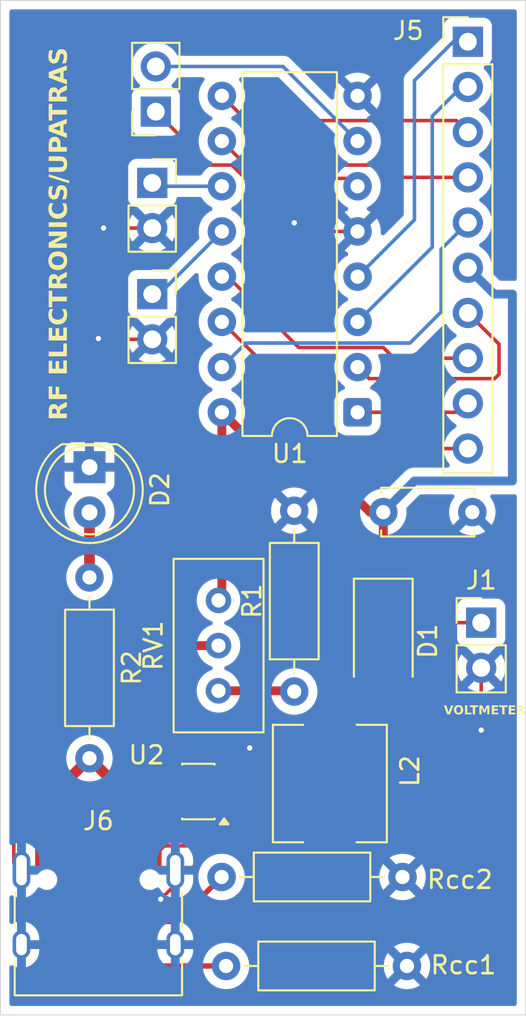
<source format=kicad_pcb>
(kicad_pcb (version 20241229) (generator "pcbnew") (generator_version "9.0")
  (layers (0 "F.Cu" signal) (2 "B.Cu" signal) (13 "F.Paste" user) (15 "B.Paste" user) (5 "F.SilkS" user "F.Silkscreen") (7 "B.SilkS" user "B.Silkscreen") (1 "F.Mask" user) (3 "B.Mask" user) (25 "Edge.Cuts" user))
  (net 0 "")
  (net 1 "gnd")
  (net 2 "Net-(D2-A)")
  (net 3 "/PCP")
  (net 4 "/VCOin")
  (net 5 "/sigin")
  (net 6 "/PC1")
  (net 7 "/RefIn")
  (net 8 "/PC2")
  (net 9 "/FOUT")
  (net 10 "/Zout")
  (net 11 "/SFout")
  (net 16 "Net-(R1-Pad1)")
  (net 18 "/bus")
  (net 19 "/sw")
  (net 20 "VDD")
  (net 21 "/C1")
  (net 22 "/C2")
  (net 23 "/R1")
  (net 24 "/R2")
  (net 25 "/A5")
  (net 26 "/B5")
  (net 27 "/fb")
  (footprint "Connector_PinHeader_2.54mm:PinHeader_1x02_P2.54mm_Vertical" (layer "F.Cu") (at 159.24 96.45)
    (property "Reference" "J1" (at 0 -2.38 0) (layer "F.SilkS"))
    (property "Value" "Conn_01x02" (hide yes))
    (fp_line (start -1.38 -1.38) (end 0 -1.38) (stroke (width 0.12)) (layer "F.SilkS"))
    (fp_line (start -1.38 0) (end -1.38 -1.38) (stroke (width 0.12)) (layer "F.SilkS"))
    (fp_line (start -1.38 1.27) (end -1.38 3.92) (stroke (width 0.12)) (layer "F.SilkS"))
    (fp_line (start -1.38 1.27) (end 1.38 1.27) (stroke (width 0.12)) (layer "F.SilkS"))
    (fp_line (start -1.38 3.92) (end 1.38 3.92) (stroke (width 0.12)) (layer "F.SilkS"))
    (fp_line (start 1.38 1.27) (end 1.38 3.92) (stroke (width 0.12)) (layer "F.SilkS"))
    (pad "1" thru_hole rect (at 0 0) (size 1.7 1.7) (drill 1) (layers "*.Cu" "*.Mask") (net 20 "VDD"))
    (pad "2" thru_hole circle (at 0 2.54) (size 1.7 1.7) (drill 1) (layers "*.Cu" "*.Mask") (net 1 "gnd"))
  )
  (footprint "Package_TO_SOT_SMD:SOT-23-6" (layer "F.Cu") (at 143.3525 105.94 180)
    (property "Reference" "U2" (at 2.9125 2.05 0) (layer "F.SilkS"))
    (property "Value" "MT3608" (hide yes))
    (fp_line (start 0.91 1.56) (end -0.91 1.56) (stroke (width 0.12)) (layer "F.SilkS"))
    (fp_line (start 0.91 1.51) (end 0.91 1.56) (stroke (width 0.12)) (layer "F.SilkS"))
    (fp_line (start 0.91 -1.56) (end 0.91 -1.51) (stroke (width 0.12)) (layer "F.SilkS"))
    (fp_line (start -0.91 1.56) (end -0.91 1.51) (stroke (width 0.12)) (layer "F.SilkS"))
    (fp_line (start -0.91 -1.51) (end -0.91 -1.56) (stroke (width 0.12)) (layer "F.SilkS"))
    (fp_line (start -0.91 -1.56) (end 0.91 -1.56) (stroke (width 0.12)) (layer "F.SilkS"))
    (fp_poly (pts (xy -1.45 -1.51) (xy -1.69 -1.84) (xy -1.21 -1.84)) (stroke (width 0.12)) (fill yes) (layer "F.SilkS"))
    (pad "1" smd roundrect (at -1.1375 -0.95 180) (size 1.325 0.6) (layers "F.Cu" "F.Mask" "F.Paste") (net 19 "/sw"))
    (pad "2" smd roundrect (at -1.1375 0 180) (size 1.325 0.6) (layers "F.Cu" "F.Mask" "F.Paste") (net 1 "gnd"))
    (pad "3" smd roundrect (at -1.1375 0.95 180) (size 1.325 0.6) (layers "F.Cu" "F.Mask" "F.Paste") (net 27 "/fb"))
    (pad "4" smd roundrect (at 1.1375 0.95 180) (size 1.325 0.6) (layers "F.Cu" "F.Mask" "F.Paste") (net 18 "/bus"))
    (pad "5" smd roundrect (at 1.1375 0 180) (size 1.325 0.6) (layers "F.Cu" "F.Mask" "F.Paste") (net 18 "/bus"))
    (pad "6" smd roundrect (at 1.1375 -0.95 180) (size 1.325 0.6) (layers "F.Cu" "F.Mask" "F.Paste"))
  )
  (footprint "Connector_PinSocket_2.54mm:PinSocket_1x02_P2.54mm_Vertical" (layer "F.Cu") (at 140.965 67.74 180)
    (property "Reference" "J2" (hide yes))
    (property "Value" "Conn_01x02" (hide yes))
    (fp_line (start 1.33 1.27) (end 1.33 3.87) (stroke (width 0.12)) (layer "F.SilkS"))
    (fp_line (start 1.33 -1.33) (end 1.33 0) (stroke (width 0.12)) (layer "F.SilkS"))
    (fp_line (start 0 -1.33) (end 1.33 -1.33) (stroke (width 0.12)) (layer "F.SilkS"))
    (fp_line (start -1.33 3.87) (end 1.33 3.87) (stroke (width 0.12)) (layer "F.SilkS"))
    (fp_line (start -1.33 1.27) (end 1.33 1.27) (stroke (width 0.12)) (layer "F.SilkS"))
    (fp_line (start -1.33 1.27) (end -1.33 3.87) (stroke (width 0.12)) (layer "F.SilkS"))
    (pad "1" thru_hole rect (at 0 0 180) (size 1.7 1.7) (drill 1) (layers "*.Cu" "*.Mask") (net 21 "/C1"))
    (pad "2" thru_hole circle (at 0 2.54 180) (size 1.7 1.7) (drill 1) (layers "*.Cu" "*.Mask") (net 22 "/C2"))
  )
  (footprint "Inductor_SMD:L_6.3x6.3_H3" (layer "F.Cu") (at 150.74 105.49 90)
    (property "Reference" "L2" (at 0.7 4.5 90) (layer "F.SilkS"))
    (property "Value" "L_Ferrite" (hide yes))
    (fp_line (start 3.3 -3.2) (end 3.3 -1.5) (stroke (width 0.12)) (layer "F.SilkS"))
    (fp_line (start -3.3 -3.2) (end 3.3 -3.2) (stroke (width 0.12)) (layer "F.SilkS"))
    (fp_line (start -3.3 -1.5) (end -3.3 -3.2) (stroke (width 0.12)) (layer "F.SilkS"))
    (fp_line (start 3.3 1.5) (end 3.3 3.2) (stroke (width 0.12)) (layer "F.SilkS"))
    (fp_line (start 3.3 3.2) (end -3.3 3.2) (stroke (width 0.12)) (layer "F.SilkS"))
    (fp_line (start -3.3 3.2) (end -3.3 1.5) (stroke (width 0.12)) (layer "F.SilkS"))
    (pad "1" smd rect (at -2.75 0 90) (size 1.5 2.4) (layers "F.Cu" "F.Mask" "F.Paste") (net 18 "/bus"))
    (pad "2" smd rect (at 2.75 0 90) (size 1.5 2.4) (layers "F.Cu" "F.Mask" "F.Paste") (net 19 "/sw"))
  )
  (footprint "Resistor_THT:R_Axial_DIN0207_L6.3mm_D2.5mm_P10.16mm_Horizontal" (layer "F.Cu") (at 144.91 115.74)
    (property "Reference" "Rcc1" (at 13.33 -0.05 0) (layer "F.SilkS"))
    (property "Value" "5.1k")
    (fp_line (start 1.04 0) (end 1.81 0) (stroke (width 0.12)) (layer "F.SilkS"))
    (fp_line (start 9.12 0) (end 8.35 0) (stroke (width 0.12)) (layer "F.SilkS"))
    (fp_rect (start 1.81 -1.37) (end 8.35 1.37) (stroke (width 0.12)) (fill no) (layer "F.SilkS"))
    (pad "1" thru_hole circle (at 0 0) (size 1.6 1.6) (drill 0.8) (layers "*.Cu" "*.Mask") (net 25 "/A5"))
    (pad "2" thru_hole circle (at 10.16 0) (size 1.6 1.6) (drill 0.8) (layers "*.Cu" "*.Mask") (net 1 "gnd"))
  )
  (footprint "Resistor_THT:R_Axial_DIN0207_L6.3mm_D2.5mm_P10.16mm_Horizontal" (layer "F.Cu") (at 137.24 93.91 -90)
    (property "Reference" "R2" (at 5.08 -2.37 90) (layer "F.SilkS"))
    (property "Value" "330")
    (fp_line (start 1.04 0) (end 1.81 0) (stroke (width 0.12)) (layer "F.SilkS"))
    (fp_line (start 9.12 0) (end 8.35 0) (stroke (width 0.12)) (layer "F.SilkS"))
    (fp_rect (start 1.81 -1.37) (end 8.35 1.37) (stroke (width 0.12)) (fill no) (layer "F.SilkS"))
    (pad "1" thru_hole circle (at 0 0 270) (size 1.6 1.6) (drill 0.8) (layers "*.Cu" "*.Mask") (net 2 "Net-(D2-A)"))
    (pad "2" thru_hole circle (at 10.16 0 270) (size 1.6 1.6) (drill 0.8) (layers "*.Cu" "*.Mask") (net 18 "/bus"))
  )
  (footprint "Diode_SMD:D_SMA" (layer "F.Cu") (at 153.74 97.49 -90)
    (property "Reference" "D1" (at 0 -2.5 90) (layer "F.SilkS"))
    (property "Value" "SS34" (hide yes))
    (fp_line (start -3.51 1.65) (end 2 1.65) (stroke (width 0.12)) (layer "F.SilkS"))
    (fp_line (start -3.51 -1.65) (end -3.51 1.65) (stroke (width 0.12)) (layer "F.SilkS"))
    (fp_line (start -3.51 -1.65) (end 2 -1.65) (stroke (width 0.12)) (layer "F.SilkS"))
    (pad "1" smd roundrect (at -2 0 270) (size 2.5 1.8) (layers "F.Cu" "F.Mask" "F.Paste") (roundrect_rratio 0.1388888889) (net 20 "VDD"))
    (pad "2" smd roundrect (at 2 0 270) (size 2.5 1.8) (layers "F.Cu" "F.Mask" "F.Paste") (roundrect_rratio 0.1388888889) (net 19 "/sw"))
  )
  (footprint "Capacitor_THT:C_Disc_D5.0mm_W2.5mm_P5.00mm" (layer "F.Cu") (at 153.74 90.24)
    (property "Reference" "C1" (hide yes))
    (property "Value" "22μ")
    (fp_line (start -0.12 -1.37) (end 5.12 -1.37) (stroke (width 0.12)) (layer "F.SilkS"))
    (fp_line (start -0.12 -1.033) (end -0.12 -1.37) (stroke (width 0.12)) (layer "F.SilkS"))
    (fp_line (start -0.12 1.37) (end -0.12 1.033) (stroke (width 0.12)) (layer "F.SilkS"))
    (fp_line (start 5.12 -1.37) (end 5.12 -1.033) (stroke (width 0.12)) (layer "F.SilkS"))
    (fp_line (start 5.12 1.033) (end 5.12 1.37) (stroke (width 0.12)) (layer "F.SilkS"))
    (fp_line (start 5.12 1.37) (end -0.12 1.37) (stroke (width 0.12)) (layer "F.SilkS"))
    (pad "1" thru_hole circle (at 0 0) (size 1.6 1.6) (drill 0.8) (layers "*.Cu" "*.Mask") (net 20 "VDD"))
    (pad "2" thru_hole circle (at 5 0) (size 1.6 1.6) (drill 0.8) (layers "*.Cu" "*.Mask") (net 1 "gnd"))
  )
  (footprint "Connector_PinSocket_2.54mm:PinSocket_1x02_P2.54mm_Vertical" (layer "F.Cu") (at 140.765 71.74)
    (property "Reference" "J3" (hide yes))
    (property "Value" "Conn_01x02" (hide yes))
    (fp_line (start -1.33 1.27) (end -1.33 3.87) (stroke (width 0.12)) (layer "F.SilkS"))
    (fp_line (start -1.33 1.27) (end 1.33 1.27) (stroke (width 0.12)) (layer "F.SilkS"))
    (fp_line (start -1.33 3.87) (end 1.33 3.87) (stroke (width 0.12)) (layer "F.SilkS"))
    (fp_line (start 0 -1.33) (end 1.33 -1.33) (stroke (width 0.12)) (layer "F.SilkS"))
    (fp_line (start 1.33 -1.33) (end 1.33 0) (stroke (width 0.12)) (layer "F.SilkS"))
    (fp_line (start 1.33 1.27) (end 1.33 3.87) (stroke (width 0.12)) (layer "F.SilkS"))
    (pad "1" thru_hole rect (at 0 0) (size 1.7 1.7) (drill 1) (layers "*.Cu" "*.Mask") (net 23 "/R1"))
    (pad "2" thru_hole circle (at 0 2.54) (size 1.7 1.7) (drill 1) (layers "*.Cu" "*.Mask") (net 1 "gnd"))
  )
  (footprint "Resistor_THT:R_Axial_DIN0207_L6.3mm_D2.5mm_P10.16mm_Horizontal" (layer "F.Cu") (at 148.74 100.32 90)
    (property "Reference" "R1" (at 5.08 -2.37 90) (layer "F.SilkS"))
    (property "Value" "2.2k")
    (fp_line (start 9.12 0) (end 8.35 0) (stroke (width 0.12)) (layer "F.SilkS"))
    (fp_line (start 1.04 0) (end 1.81 0) (stroke (width 0.12)) (layer "F.SilkS"))
    (fp_rect (start 1.81 -1.37) (end 8.35 1.37) (stroke (width 0.12)) (fill no) (layer "F.SilkS"))
    (pad "1" thru_hole circle (at 0 0 90) (size 1.6 1.6) (drill 0.8) (layers "*.Cu" "*.Mask") (net 16 "Net-(R1-Pad1)"))
    (pad "2" thru_hole circle (at 10.16 0 90) (size 1.6 1.6) (drill 0.8) (layers "*.Cu" "*.Mask") (net 1 "gnd"))
  )
  (footprint "Connector_USB:USB_C_Receptacle_HRO_TYPE-C-31-M-12" (layer "F.Cu") (at 137.74 113.49)
    (property "Reference" "J6" (at 0 -5.9 0) (layer "F.SilkS"))
    (property "Value" "USB_C_Receptacle_USB2.0_14P" (hide yes))
    (fp_line (start -4.7 -1.9) (end -4.7 0.1) (stroke (width 0.12)) (layer "F.SilkS"))
    (fp_line (start -4.7 2) (end -4.7 3.9) (stroke (width 0.12)) (layer "F.SilkS"))
    (fp_line (start -4.7 3.9) (end 4.7 3.9) (stroke (width 0.12)) (layer "F.SilkS"))
    (fp_line (start 4.7 -1.9) (end 4.7 0.1) (stroke (width 0.12)) (layer "F.SilkS"))
    (fp_line (start 4.7 2) (end 4.7 3.9) (stroke (width 0.12)) (layer "F.SilkS"))
    (pad "" np_thru_hole circle (at -2.89 -2.6) (size 0.65 0.65) (drill 0.65) (layers "*.Cu" "*.Mask"))
    (pad "" np_thru_hole circle (at 2.89 -2.6) (size 0.65 0.65) (drill 0.65) (layers "*.Cu" "*.Mask"))
    (pad "A1" smd rect (at -3.25 -4.045) (size 0.6 1.45) (layers "F.Cu" "F.Mask" "F.Paste") (net 1 "gnd"))
    (pad "A4" smd rect (at -2.45 -4.045) (size 0.6 1.45) (layers "F.Cu" "F.Mask" "F.Paste") (net 18 "/bus"))
    (pad "A5" smd rect (at -1.25 -4.045) (size 0.3 1.45) (layers "F.Cu" "F.Mask" "F.Paste") (net 25 "/A5"))
    (pad "A6" smd rect (at -0.25 -4.045) (size 0.3 1.45) (layers "F.Cu" "F.Mask" "F.Paste"))
    (pad "A7" smd rect (at 0.25 -4.045) (size 0.3 1.45) (layers "F.Cu" "F.Mask" "F.Paste"))
    (pad "A8" smd rect (at 1.25 -4.045) (size 0.3 1.45) (layers "F.Cu" "F.Mask" "F.Paste"))
    (pad "A9" smd rect (at 2.45 -4.045) (size 0.6 1.45) (layers "F.Cu" "F.Mask" "F.Paste") (net 18 "/bus"))
    (pad "A12" smd rect (at 3.25 -4.045) (size 0.6 1.45) (layers "F.Cu" "F.Mask" "F.Paste") (net 1 "gnd"))
    (pad "B1" smd rect (at 3.25 -4.045) (size 0.6 1.45) (layers "F.Cu" "F.Mask" "F.Paste") (net 1 "gnd"))
    (pad "B4" smd rect (at 2.45 -4.045) (size 0.6 1.45) (layers "F.Cu" "F.Mask" "F.Paste") (net 18 "/bus"))
    (pad "B5" smd rect (at 1.75 -4.045) (size 0.3 1.45) (layers "F.Cu" "F.Mask" "F.Paste") (net 26 "/B5"))
    (pad "B6" smd rect (at 0.75 -4.045) (size 0.3 1.45) (layers "F.Cu" "F.Mask" "F.Paste"))
    (pad "B7" smd rect (at -0.75 -4.045) (size 0.3 1.45) (layers "F.Cu" "F.Mask" "F.Paste"))
    (pad "B8" smd rect (at -1.75 -4.045) (size 0.3 1.45) (layers "F.Cu" "F.Mask" "F.Paste"))
    (pad "B9" smd rect (at -2.45 -4.045) (size 0.6 1.45) (layers "F.Cu" "F.Mask" "F.Paste") (net 18 "/bus"))
    (pad "B12" smd rect (at -3.25 -4.045) (size 0.6 1.45) (layers "F.Cu" "F.Mask" "F.Paste") (net 1 "gnd"))
    (pad "S1" thru_hole oval (at -4.32 -3.13) (size 1 2.1) (drill oval 0.6 1.7) (property pad_prop_heatsink) (layers "*.Cu" "*.Mask") (net 1 "gnd"))
    (pad "S1" thru_hole oval (at -4.32 1.05) (size 1 1.6) (drill oval 0.6 1.2) (property pad_prop_heatsink) (layers "*.Cu" "*.Mask") (net 1 "gnd"))
    (pad "S1" thru_hole oval (at 4.32 -3.13) (size 1 2.1) (drill oval 0.6 1.7) (property pad_prop_heatsink) (layers "*.Cu" "*.Mask") (net 1 "gnd"))
    (pad "S1" thru_hole oval (at 4.32 1.05) (size 1 1.6) (drill oval 0.6 1.2) (property pad_prop_heatsink) (layers "*.Cu" "*.Mask") (net 1 "gnd"))
  )
  (footprint "Potentiometer_THT:Potentiometer_Bourns_3296W_Vertical" (layer "F.Cu") (at 144.485 95.2 90)
    (property "Reference" "RV1" (at -2.54 -3.66 90) (layer "F.SilkS"))
    (property "Value" "R_Potentiometer_Trim" (hide yes))
    (fp_line (start 2.335 -2.52) (end 2.335 2.53) (stroke (width 0.12)) (layer "F.SilkS"))
    (fp_line (start -7.415 -2.52) (end 2.335 -2.52) (stroke (width 0.12)) (layer "F.SilkS"))
    (fp_line (start 2.335 2.53) (end -7.415 2.53) (stroke (width 0.12)) (layer "F.SilkS"))
    (fp_line (start -7.415 2.53) (end -7.415 -2.52) (stroke (width 0.12)) (layer "F.SilkS"))
    (pad "1" thru_hole circle (at 0 0 90) (size 1.44 1.44) (drill 0.8) (layers "*.Cu" "*.Mask") (net 20 "VDD"))
    (pad "2" thru_hole circle (at -2.54 0 90) (size 1.44 1.44) (drill 0.8) (layers "*.Cu" "*.Mask") (net 27 "/fb"))
    (pad "3" thru_hole circle (at -5.08 0 90) (size 1.44 1.44) (drill 0.8) (layers "*.Cu" "*.Mask") (net 16 "Net-(R1-Pad1)"))
  )
  (footprint "LED_THT:LED_D5.0mm" (layer "F.Cu") (at 137.24 87.715 -90)
    (property "Reference" "D2" (at 1.27 -3.96 90) (layer "F.SilkS"))
    (property "Value" "SFH4546" (hide yes))
    (fp_line (start -1.29 -1.545) (end -1.29 1.545) (stroke (width 0.12)) (layer "F.SilkS"))
    (fp_arc (start 4.26 0) (mid 2.071779 2.880495) (end -1.29 1.54483) (stroke (width 0.12)) (layer "F.SilkS"))
    (fp_arc (start -1.29 -1.54483) (mid 2.071779 -2.880495) (end 4.26 0) (stroke (width 0.12)) (layer "F.SilkS"))
    (fp_circle (center 1.27 0) (end 3.77 0) (stroke (width 0.12)) (fill no) (layer "F.SilkS"))
    (pad "1" thru_hole rect (at 0 0 270) (size 1.8 1.8) (drill 0.9) (layers "*.Cu" "*.Mask") (net 1 "gnd"))
    (pad "2" thru_hole circle (at 2.54 0 270) (size 1.8 1.8) (drill 0.9) (layers "*.Cu" "*.Mask") (net 2 "Net-(D2-A)"))
  )
  (footprint "Resistor_THT:R_Axial_DIN0207_L6.3mm_D2.5mm_P10.16mm_Horizontal" (layer "F.Cu") (at 144.66 110.74)
    (property "Reference" "Rcc2" (at 13.38 0.15 0) (layer "F.SilkS"))
    (property "Value" "5.1k")
    (fp_line (start 1.04 0) (end 1.81 0) (stroke (width 0.12)) (layer "F.SilkS"))
    (fp_line (start 9.12 0) (end 8.35 0) (stroke (width 0.12)) (layer "F.SilkS"))
    (fp_rect (start 1.81 -1.37) (end 8.35 1.37) (stroke (width 0.12)) (fill no) (layer "F.SilkS"))
    (pad "1" thru_hole circle (at 0 0) (size 1.6 1.6) (drill 0.8) (layers "*.Cu" "*.Mask") (net 26 "/B5"))
    (pad "2" thru_hole circle (at 10.16 0) (size 1.6 1.6) (drill 0.8) (layers "*.Cu" "*.Mask") (net 1 "gnd"))
  )
  (footprint "Connector_PinHeader_2.54mm:PinHeader_1x10_P2.54mm_Vertical" (layer "F.Cu") (at 158.49 63.81)
    (property "Reference" "J5" (at -3.35 -0.62 0) (layer "F.SilkS"))
    (property "Value" "Conn_01x10" (hide yes))
    (fp_line (start -1.38 -1.38) (end 0 -1.38) (stroke (width 0.12)) (layer "F.SilkS"))
    (fp_line (start -1.38 0) (end -1.38 -1.38) (stroke (width 0.12)) (layer "F.SilkS"))
    (fp_line (start -1.38 1.27) (end -1.38 24.24) (stroke (width 0.12)) (layer "F.SilkS"))
    (fp_line (start -1.38 1.27) (end 1.38 1.27) (stroke (width 0.12)) (layer "F.SilkS"))
    (fp_line (start -1.38 24.24) (end 1.38 24.24) (stroke (width 0.12)) (layer "F.SilkS"))
    (fp_line (start 1.38 1.27) (end 1.38 24.24) (stroke (width 0.12)) (layer "F.SilkS"))
    (pad "1" thru_hole rect (at 0 0) (size 1.7 1.7) (drill 1) (layers "*.Cu" "*.Mask") (net 9 "/FOUT"))
    (pad "2" thru_hole circle (at 0 2.54) (size 1.7 1.7) (drill 1) (layers "*.Cu" "*.Mask") (net 7 "/RefIn"))
    (pad "3" thru_hole circle (at 0 5.08) (size 1.7 1.7) (drill 1) (layers "*.Cu" "*.Mask") (net 4 "/VCOin"))
    (pad "4" thru_hole circle (at 0 7.62) (size 1.7 1.7) (drill 1) (layers "*.Cu" "*.Mask") (net 11 "/SFout"))
    (pad "5" thru_hole circle (at 0 10.16) (size 1.7 1.7) (drill 1) (layers "*.Cu" "*.Mask") (net 10 "/Zout"))
    (pad "6" thru_hole circle (at 0 12.7) (size 1.7 1.7) (drill 1) (layers "*.Cu" "*.Mask") (net 20 "VDD"))
    (pad "7" thru_hole circle (at 0 15.24) (size 1.7 1.7) (drill 1) (layers "*.Cu" "*.Mask") (net 6 "/PC1"))
    (pad "8" thru_hole circle (at 0 17.78) (size 1.7 1.7) (drill 1) (layers "*.Cu" "*.Mask") (net 8 "/PC2"))
    (pad "9" thru_hole circle (at 0 20.32) (size 1.7 1.7) (drill 1) (layers "*.Cu" "*.Mask") (net 3 "/PCP"))
    (pad "10" thru_hole circle (at 0 22.86) (size 1.7 1.7) (drill 1) (layers "*.Cu" "*.Mask") (net 5 "/sigin"))
  )
  (footprint "Package_DIP:DIP-16_W7.62mm" (layer "F.Cu") (at 152.295 84.63 180)
    (property "Reference" "U1" (at 3.81 -2.33 0) (layer "F.SilkS"))
    (property "Value" "4046")
    (fp_line (start 6.46 19.11) (end 6.46 -1.33) (stroke (width 0.12)) (layer "F.SilkS"))
    (fp_line (start 6.46 -1.33) (end 4.81 -1.33) (stroke (width 0.12)) (layer "F.SilkS"))
    (fp_line (start 2.81 -1.33) (end 1.16 -1.33) (stroke (width 0.12)) (layer "F.SilkS"))
    (fp_line (start 1.16 19.11) (end 6.46 19.11) (stroke (width 0.12)) (layer "F.SilkS"))
    (fp_line (start 1.16 -1.33) (end 1.16 19.11) (stroke (width 0.12)) (layer "F.SilkS"))
    (fp_arc (start 4.81 -1.33) (mid 3.81 -0.33) (end 2.81 -1.33) (stroke (width 0.12)) (layer "F.SilkS"))
    (pad "1" thru_hole roundrect (at 0 0 180) (size 1.6 1.6) (drill 0.8) (layers "*.Cu" "*.Mask") (roundrect_rratio 0.15625) (net 3 "/PCP"))
    (pad "2" thru_hole circle (at 0 2.54 180) (size 1.6 1.6) (drill 0.8) (layers "*.Cu" "*.Mask") (net 6 "/PC1"))
    (pad "3" thru_hole circle (at 0 5.08 180) (size 1.6 1.6) (drill 0.8) (layers "*.Cu" "*.Mask") (net 7 "/RefIn"))
    (pad "4" thru_hole circle (at 0 7.62 180) (size 1.6 1.6) (drill 0.8) (layers "*.Cu" "*.Mask") (net 9 "/FOUT"))
    (pad "5" thru_hole circle (at 0 10.16 180) (size 1.6 1.6) (drill 0.8) (layers "*.Cu" "*.Mask") (net 1 "gnd"))
    (pad "6" thru_hole circle (at 0 12.7 180) (size 1.6 1.6) (drill 0.8) (layers "*.Cu" "*.Mask") (net 21 "/C1"))
    (pad "7" thru_hole circle (at 0 15.24 180) (size 1.6 1.6) (drill 0.8) (layers "*.Cu" "*.Mask") (net 22 "/C2"))
    (pad "8" thru_hole circle (at 0 17.78 180) (size 1.6 1.6) (drill 0.8) (layers "*.Cu" "*.Mask") (net 1 "gnd"))
    (pad "9" thru_hole circle (at 7.62 17.78 180) (size 1.6 1.6) (drill 0.8) (layers "*.Cu" "*.Mask") (net 4 "/VCOin"))
    (pad "10" thru_hole circle (at 7.62 15.24 180) (size 1.6 1.6) (drill 0.8) (layers "*.Cu" "*.Mask") (net 11 "/SFout"))
    (pad "11" thru_hole circle (at 7.62 12.7 180) (size 1.6 1.6) (drill 0.8) (layers "*.Cu" "*.Mask") (net 23 "/R1"))
    (pad "12" thru_hole circle (at 7.62 10.16 180) (size 1.6 1.6) (drill 0.8) (layers "*.Cu" "*.Mask") (net 24 "/R2"))
    (pad "13" thru_hole circle (at 7.62 7.62 180) (size 1.6 1.6) (drill 0.8) (layers "*.Cu" "*.Mask") (net 8 "/PC2"))
    (pad "14" thru_hole circle (at 7.62 5.08 180) (size 1.6 1.6) (drill 0.8) (layers "*.Cu" "*.Mask") (net 5 "/sigin"))
    (pad "15" thru_hole circle (at 7.62 2.54 180) (size 1.6 1.6) (drill 0.8) (layers "*.Cu" "*.Mask") (net 10 "/Zout"))
    (pad "16" thru_hole circle (at 7.62 0 180) (size 1.6 1.6) (drill 0.8) (layers "*.Cu" "*.Mask") (net 20 "VDD"))
  )
  (footprint "Connector_PinSocket_2.54mm:PinSocket_1x02_P2.54mm_Vertical" (layer "F.Cu") (at 140.765 77.99)
    (property "Reference" "J4" (hide yes))
    (property "Value" "Conn_01x02" (hide yes))
    (fp_line (start -1.33 1.27) (end -1.33 3.87) (stroke (width 0.12)) (layer "F.SilkS"))
    (fp_line (start -1.33 1.27) (end 1.33 1.27) (stroke (width 0.12)) (layer "F.SilkS"))
    (fp_line (start -1.33 3.87) (end 1.33 3.87) (stroke (width 0.12)) (layer "F.SilkS"))
    (fp_line (start 0 -1.33) (end 1.33 -1.33) (stroke (width 0.12)) (layer "F.SilkS"))
    (fp_line (start 1.33 -1.33) (end 1.33 0) (stroke (width 0.12)) (layer "F.SilkS"))
    (fp_line (start 1.33 1.27) (end 1.33 3.87) (stroke (width 0.12)) (layer "F.SilkS"))
    (pad "1" thru_hole rect (at 0 0) (size 1.7 1.7) (drill 1) (layers "*.Cu" "*.Mask") (net 24 "/R2"))
    (pad "2" thru_hole circle (at 0 2.54) (size 1.7 1.7) (drill 1) (layers "*.Cu" "*.Mask") (net 1 "gnd"))
  )
  (gr_rect (start 132.24 61.49) (end 161.74 118.49) (stroke (width 0.05)) (fill no) (layer "Edge.Cuts"))
  (gr_text "VOLTMETER" (at 157.14 101.69 0) (layer "F.SilkS") (effects (font (size 0.5 0.5) (thickness 0.125) (bold yes)) (justify left bottom)))
  (gr_text "RF ELECTRONICS/UPATRAS" (at 136.14 85.09 90) (layer "F.SilkS") (effects (font (size 1 1) (thickness 0.2) (bold yes)) (justify left bottom)))
  (segment (start 140.765 74.28) (end 138.03 74.28) (width 0.2) (layer "F.Cu") (net 1))
  (segment (start 132.99 109.93) (end 133.42 110.36) (width 0.2) (layer "F.Cu") (net 1))
  (segment (start 133.74 106.99) (end 132.99 107.74) (width 0.2) (layer "F.Cu") (net 1))
  (segment (start 149.22 74.47) (end 148.74 73.99) (width 0.2) (layer "F.Cu") (net 1))
  (segment (start 132.99 107.74) (end 132.99 109.93) (width 0.2) (layer "F.Cu") (net 1))
  (segment (start 152.295 74.47) (end 149.22 74.47) (width 0.2) (layer "F.Cu") (net 1))
  (segment (start 142.06 110.36) (end 142.06 111.17) (width 0.2) (layer "F.Cu") (net 1))
  (segment (start 142.87 110.36) (end 142.06 110.36) (width 0.2) (layer "F.Cu") (net 1))
  (segment (start 140.99 109.445) (end 141.445 108.99) (width 0.2) (layer "F.Cu") (net 1))
  (segment (start 145.54 105.94) (end 146.74 104.74) (width 0.2) (layer "F.Cu") (net 1))
  (segment (start 146.24 104.24) (end 146.24 103.49) (width 0.2) (layer "F.Cu") (net 1))
  (segment (start 134.49 107.74) (end 133.74 106.99) (width 0.2) (layer "F.Cu") (net 1))
  (segment (start 146.74 104.74) (end 146.24 104.24) (width 0.2) (layer "F.Cu") (net 1))
  (segment (start 134.49 109.445) (end 134.49 107.74) (width 0.2) (layer "F.Cu") (net 1))
  (segment (start 140.765 80.53) (end 137.78 80.53) (width 0.2) (layer "F.Cu") (net 1))
  (segment (start 144.49 105.94) (end 145.54 105.94) (width 0.2) (layer "F.Cu") (net 1))
  (segment (start 141.445 108.99) (end 143.24 108.99) (width 0.2) (layer "F.Cu") (net 1))
  (segment (start 137.78 80.53) (end 137.74 80.49) (width 0.2) (layer "F.Cu") (net 1))
  (segment (start 159.24 98.99) (end 159.24 102.49) (width 0.2) (layer "F.Cu") (net 1))
  (segment (start 143.74 109.49) (end 142.87 110.36) (width 0.2) (layer "F.Cu") (net 1))
  (segment (start 143.24 108.99) (end 143.74 109.49) (width 0.2) (layer "F.Cu") (net 1))
  (segment (start 142.06 111.17) (end 141.24 111.99) (width 0.2) (layer "F.Cu") (net 1))
  (via (at 137.74 80.49) (size 0.6) (drill 0.3) (layers "F.Cu" "B.Cu") (net 1))
  (via (at 159.24 102.49) (size 0.6) (drill 0.3) (layers "F.Cu" "B.Cu") (net 1))
  (via (at 141.24 111.99) (size 0.6) (drill 0.3) (layers "F.Cu" "B.Cu") (net 1))
  (via (at 148.74 73.99) (size 0.6) (drill 0.3) (layers "F.Cu" "B.Cu") (net 1))
  (via (at 146.24 103.49) (size 0.6) (drill 0.3) (layers "F.Cu" "B.Cu") (net 1))
  (via (at 138.03 74.28) (size 0.6) (drill 0.3) (layers "F.Cu" "B.Cu") (net 1))
  (segment (start 137.24 93.91) (end 137.24 90.255) (width 0.6) (layer "F.Cu") (net 2))
  (segment (start 152.295 84.63) (end 157.99 84.63) (width 0.2) (layer "F.Cu") (net 3))
  (segment (start 157.99 84.63) (end 158.49 84.13) (width 0.2) (layer "F.Cu") (net 3))
  (segment (start 157.84 68.24) (end 146.065 68.24) (width 0.2) (layer "F.Cu") (net 4))
  (segment (start 146.065 68.24) (end 144.675 66.85) (width 0.2) (layer "F.Cu") (net 4))
  (segment (start 158.49 68.89) (end 157.84 68.24) (width 0.2) (layer "F.Cu") (net 4))
  (segment (start 158.49 86.67) (end 151.795 86.67) (width 0.2) (layer "F.Cu") (net 5))
  (segment (start 151.795 86.67) (end 144.675 79.55) (width 0.2) (layer "F.Cu") (net 5))
  (segment (start 152.295 82.09) (end 152.945 82.74) (width 0.2) (layer "F.Cu") (net 6))
  (segment (start 159.99 82.74) (end 160.24 82.49) (width 0.2) (layer "F.Cu") (net 6))
  (segment (start 152.945 82.74) (end 159.99 82.74) (width 0.2) (layer "F.Cu") (net 6))
  (segment (start 160.24 80.8) (end 158.49 79.05) (width 0.2) (layer "F.Cu") (net 6))
  (segment (start 160.24 82.49) (end 160.24 80.8) (width 0.2) (layer "F.Cu") (net 6))
  (segment (start 158.13 66.35) (end 156.49 67.99) (width 0.2) (layer "B.Cu") (net 7))
  (segment (start 158.49 66.35) (end 158.13 66.35) (width 0.2) (layer "B.Cu") (net 7))
  (segment (start 156.49 75.355) (end 152.295 79.55) (width 0.2) (layer "B.Cu") (net 7))
  (segment (start 156.49 67.99) (end 156.49 75.355) (width 0.2) (layer "B.Cu") (net 7))
  (segment (start 148.99 80.99) (end 145.01 77.01) (width 0.2) (layer "F.Cu") (net 8))
  (segment (start 145.01 77.01) (end 144.675 77.01) (width 0.2) (layer "F.Cu") (net 8))
  (segment (start 158.49 81.59) (end 154.34 81.59) (width 0.2) (layer "F.Cu") (net 8))
  (segment (start 153.74 80.99) (end 148.99 80.99) (width 0.2) (layer "F.Cu") (net 8))
  (segment (start 154.34 81.59) (end 153.74 80.99) (width 0.2) (layer "F.Cu") (net 8))
  (segment (start 155.49 65.99) (end 155.49 73.815) (width 0.2) (layer "B.Cu") (net 9))
  (segment (start 155.49 73.815) (end 152.295 77.01) (width 0.2) (layer "B.Cu") (net 9))
  (segment (start 158.49 63.81) (end 157.67 63.81) (width 0.2) (layer "B.Cu") (net 9))
  (segment (start 157.67 63.81) (end 155.49 65.99) (width 0.2) (layer "B.Cu") (net 9))
  (segment (start 146.025 80.74) (end 144.675 82.09) (width 0.2) (layer "B.Cu") (net 10))
  (segment (start 155.24 80.74) (end 146.025 80.74) (width 0.2) (layer "B.Cu") (net 10))
  (segment (start 156.99 78.99) (end 155.24 80.74) (width 0.2) (layer "B.Cu") (net 10))
  (segment (start 158.49 73.97) (end 156.99 75.47) (width 0.2) (layer "B.Cu") (net 10))
  (segment (start 156.99 75.47) (end 156.99 78.99) (width 0.2) (layer "B.Cu") (net 10))
  (segment (start 158.49 71.43) (end 153.93 71.43) (width 0.2) (layer "F.Cu") (net 11))
  (segment (start 153.24 70.74) (end 146.025 70.74) (width 0.2) (layer "F.Cu") (net 11))
  (segment (start 153.93 71.43) (end 153.24 70.74) (width 0.2) (layer "F.Cu") (net 11))
  (segment (start 146.025 70.74) (end 144.675 69.39) (width 0.2) (layer "F.Cu") (net 11))
  (segment (start 148.7 100.28) (end 148.74 100.32) (width 0.5) (layer "F.Cu") (net 16))
  (segment (start 144.485 100.28) (end 148.7 100.28) (width 0.5) (layer "F.Cu") (net 16))
  (segment (start 141.49 107.74) (end 150.24 107.74) (width 0.5) (layer "F.Cu") (net 18))
  (segment (start 135.29 109.445) (end 135.29 106.02) (width 0.6) (layer "F.Cu") (net 18))
  (segment (start 140.77 107.02) (end 141.49 107.74) (width 0.5) (layer "F.Cu") (net 18))
  (segment (start 141.27 105.94) (end 140.19 107.02) (width 0.5) (layer "F.Cu") (net 18))
  (segment (start 135.29 106.02) (end 137.24 104.07) (width 0.6) (layer "F.Cu") (net 18))
  (segment (start 142.215 105.94) (end 141.27 105.94) (width 0.5) (layer "F.Cu") (net 18))
  (segment (start 142.215 104.99) (end 142.215 105.94) (width 0.5) (layer "F.Cu") (net 18))
  (segment (start 140.19 107.99) (end 140.19 107.02) (width 0.6) (layer "F.Cu") (net 18))
  (segment (start 150.24 107.74) (end 150.74 108.24) (width 0.5) (layer "F.Cu") (net 18))
  (segment (start 140.19 109.445) (end 140.19 107.99) (width 0.6) (layer "F.Cu") (net 18))
  (segment (start 137.24 104.07) (end 140.19 107.02) (width 0.6) (layer "F.Cu") (net 18))
  (segment (start 140.19 107.02) (end 140.77 107.02) (width 0.5) (layer "F.Cu") (net 18))
  (segment (start 153.74 99.49) (end 150.74 102.49) (width 0.5) (layer "F.Cu") (net 19))
  (segment (start 146.59 106.89) (end 150.74 102.74) (width 0.5) (layer "F.Cu") (net 19))
  (segment (start 150.74 102.49) (end 150.74 102.74) (width 0.5) (layer "F.Cu") (net 19))
  (segment (start 144.49 106.89) (end 146.59 106.89) (width 0.5) (layer "F.Cu") (net 19))
  (segment (start 153.74 95.49) (end 154.7 96.45) (width 0.2) (layer "F.Cu") (net 20))
  (segment (start 153.74 90.24) (end 153.74 95.49) (width 0.5) (layer "F.Cu") (net 20))
  (segment (start 144.485 95.2) (end 144.775 95.49) (width 0.5) (layer "F.Cu") (net 20))
  (segment (start 144.485 95.2) (end 144.675 95.01) (width 0.5) (layer "F.Cu") (net 20))
  (segment (start 154.7 96.45) (end 159.24 96.45) (width 0.2) (layer "F.Cu") (net 20))
  (segment (start 152.99 90.24) (end 153.74 90.24) (width 0.5) (layer "F.Cu") (net 20))
  (segment (start 144.675 84.63) (end 147.785 87.74) (width 0.5) (layer "F.Cu") (net 20))
  (segment (start 147.785 87.74) (end 150.49 87.74) (width 0.5) (layer "F.Cu") (net 20))
  (segment (start 150.49 87.74) (end 152.99 90.24) (width 0.5) (layer "F.Cu") (net 20))
  (segment (start 144.675 95.01) (end 144.675 84.63) (width 0.5) (layer "F.Cu") (net 20))
  (segment (start 160.99 77.99) (end 159.97 77.99) (width 0.5) (layer "B.Cu") (net 20))
  (segment (start 155.49 88.49) (end 160.99 88.49) (width 0.5) (layer "B.Cu") (net 20))
  (segment (start 159.97 77.99) (end 158.49 76.51) (width 0.5) (layer "B.Cu") (net 20))
  (segment (start 160.99 88.49) (end 160.99 77.99) (width 0.5) (layer "B.Cu") (net 20))
  (segment (start 153.74 90.24) (end 155.49 88.49) (width 0.5) (layer "B.Cu") (net 20))
  (segment (start 143.965 70.74) (end 140.965 67.74) (width 0.2) (layer "F.Cu") (net 21))
  (segment (start 145.99 71.49) (end 145.24 70.74) (width 0.2) (layer "F.Cu") (net 21))
  (segment (start 151.855 71.49) (end 145.99 71.49) (width 0.2) (layer "F.Cu") (net 21))
  (segment (start 145.24 70.74) (end 143.965 70.74) (width 0.2) (layer "F.Cu") (net 21))
  (segment (start 152.295 71.93) (end 151.855 71.49) (width 0.2) (layer "F.Cu") (net 21))
  (segment (start 148.105 65.2) (end 152.295 69.39) (width 0.2) (layer "B.Cu") (net 22))
  (segment (start 140.965 65.2) (end 148.105 65.2) (width 0.2) (layer "B.Cu") (net 22))
  (segment (start 140.955 71.93) (end 144.675 71.93) (width 0.2) (layer "B.Cu") (net 23))
  (segment (start 140.765 71.74) (end 140.955 71.93) (width 0.2) (layer "B.Cu") (net 23))
  (segment (start 140.765 77.99) (end 141.155 77.99) (width 0.2) (layer "B.Cu") (net 24))
  (segment (start 141.155 77.99) (end 144.675 74.47) (width 0.2) (layer "B.Cu") (net 24))
  (segment (start 144.91 115.74) (end 139.99 115.74) (width 0.3) (layer "F.Cu") (net 25))
  (segment (start 136.49 112.24) (end 136.49 109.445) (width 0.3) (layer "F.Cu") (net 25))
  (segment (start 139.99 115.74) (end 136.49 112.24) (width 0.3) (layer "F.Cu") (net 25))
  (segment (start 139.49 109.445) (end 139.49 111.99) (width 0.3) (layer "F.Cu") (net 26))
  (segment (start 139.49 111.99) (end 140.74 113.24) (width 0.3) (layer "F.Cu") (net 26))
  (segment (start 140.74 113.24) (end 142.16 113.24) (width 0.3) (layer "F.Cu") (net 26))
  (segment (start 142.16 113.24) (end 144.66 110.74) (width 0.3) (layer "F.Cu") (net 26))
  (segment (start 143.99 104.99) (end 144.49 104.99) (width 0.5) (layer "F.Cu") (net 27))
  (segment (start 142.74 97.74) (end 140.49 99.99) (width 0.5) (layer "F.Cu") (net 27))
  (segment (start 140.49 101.49) (end 143.99 104.99) (width 0.5) (layer "F.Cu") (net 27))
  (segment (start 140.49 99.99) (end 140.49 101.49) (width 0.5) (layer "F.Cu") (net 27))
  (segment (start 144.485 97.74) (end 142.74 97.74) (width 0.5) (layer "F.Cu") (net 27))
  (zone (net 1) (net_name "gnd") (layer "B.Cu") (priority 1) (connect_pads (clearance 0.5)) (min_thickness 0.25) (fill yes (thermal_gap 0.5) (thermal_bridge_width 0.5))
    (polygon (pts (xy 132.24 61.49) (xy 161.74 61.49) (xy 161.74 118.49) (xy 132.24 118.49)))
  )
)
</source>
